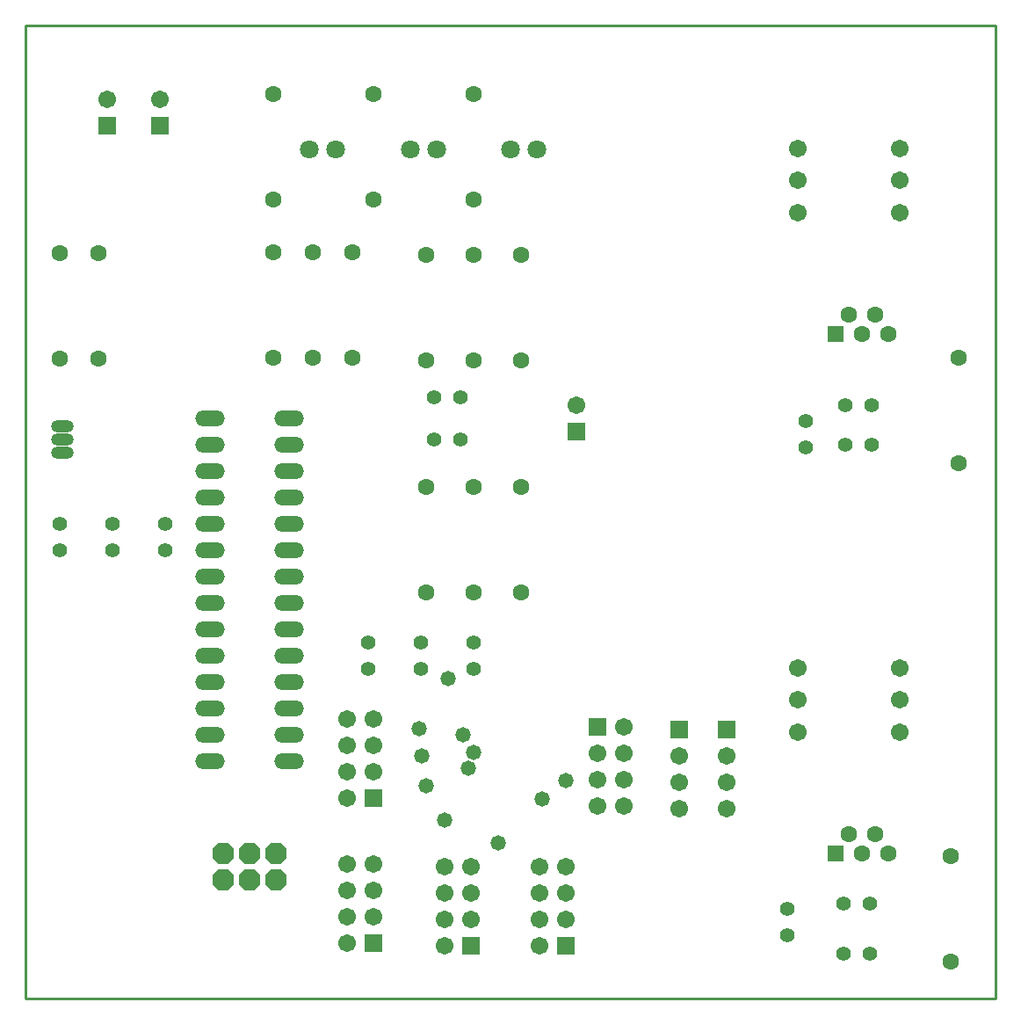
<source format=gbs>
G04*
G04 #@! TF.GenerationSoftware,Altium Limited,Altium Designer,20.0.10 (225)*
G04*
G04 Layer_Color=16711935*
%FSLAX24Y24*%
%MOIN*%
G70*
G01*
G75*
%ADD12C,0.0100*%
%ADD25C,0.0671*%
%ADD26R,0.0671X0.0671*%
%ADD27C,0.0552*%
%ADD28C,0.0710*%
%ADD29P,0.0888X8X202.5*%
%ADD30C,0.0631*%
%ADD31O,0.0867X0.0474*%
%ADD32O,0.0867X0.0474*%
%ADD33O,0.1120X0.0600*%
%ADD34R,0.0631X0.0631*%
%ADD36C,0.0580*%
D12*
X0Y0D02*
Y36900D01*
X36800D01*
Y0D02*
Y36900D01*
X0Y0D02*
X36800D01*
D25*
X19500Y5008D02*
D03*
X20500D02*
D03*
X19500Y4008D02*
D03*
X20500D02*
D03*
X19500Y3008D02*
D03*
X20500D02*
D03*
X19500Y2008D02*
D03*
X3100Y34100D02*
D03*
X5100D02*
D03*
X26600Y7200D02*
D03*
Y8200D02*
D03*
Y9200D02*
D03*
X24800Y7200D02*
D03*
Y8200D02*
D03*
Y9200D02*
D03*
X33158Y32241D02*
D03*
Y31020D02*
D03*
Y29800D02*
D03*
X29300D02*
D03*
Y31020D02*
D03*
Y32241D02*
D03*
X33158Y12541D02*
D03*
Y11320D02*
D03*
Y10100D02*
D03*
X29300D02*
D03*
Y11320D02*
D03*
Y12541D02*
D03*
X20900Y22500D02*
D03*
X22700Y7300D02*
D03*
X21700D02*
D03*
X22700Y8300D02*
D03*
X21700D02*
D03*
X22700Y9300D02*
D03*
X21700D02*
D03*
X22700Y10300D02*
D03*
X12200Y5100D02*
D03*
X13200D02*
D03*
X12200Y4100D02*
D03*
X13200D02*
D03*
X12200Y3100D02*
D03*
X13200D02*
D03*
X12200Y2100D02*
D03*
X15900Y5000D02*
D03*
X16900D02*
D03*
X15900Y4000D02*
D03*
X16900D02*
D03*
X15900Y3000D02*
D03*
X16900D02*
D03*
X15900Y2000D02*
D03*
X12200Y10600D02*
D03*
X13200D02*
D03*
X12200Y9600D02*
D03*
X13200D02*
D03*
X12200Y8600D02*
D03*
X13200D02*
D03*
X12200Y7600D02*
D03*
D26*
X20500Y2008D02*
D03*
X3100Y33100D02*
D03*
X5100D02*
D03*
X26600Y10200D02*
D03*
X24800D02*
D03*
X20900Y21500D02*
D03*
X21700Y10300D02*
D03*
X13200Y2100D02*
D03*
X16900Y2000D02*
D03*
X13200Y7600D02*
D03*
D27*
X16500Y22800D02*
D03*
X15500D02*
D03*
X16500Y21200D02*
D03*
X15500D02*
D03*
X32021Y3600D02*
D03*
X31021D02*
D03*
X32021Y1700D02*
D03*
X31021D02*
D03*
X32100Y21000D02*
D03*
X31100D02*
D03*
X32100Y22500D02*
D03*
X31100D02*
D03*
X28900Y2400D02*
D03*
Y3400D02*
D03*
X29600Y20900D02*
D03*
Y21900D02*
D03*
X17000Y13500D02*
D03*
Y12500D02*
D03*
X15000Y13500D02*
D03*
Y12500D02*
D03*
X13000Y13500D02*
D03*
Y12500D02*
D03*
X3300Y17000D02*
D03*
Y18000D02*
D03*
X1300Y17000D02*
D03*
Y18000D02*
D03*
X5300Y17000D02*
D03*
Y18000D02*
D03*
D28*
X14581Y32200D02*
D03*
X15581D02*
D03*
X18400D02*
D03*
X19400D02*
D03*
X10761D02*
D03*
X11761D02*
D03*
D29*
X9500Y5500D02*
D03*
Y4500D02*
D03*
X8500Y5500D02*
D03*
Y4500D02*
D03*
X7500Y5500D02*
D03*
Y4500D02*
D03*
D30*
X17000Y30300D02*
D03*
Y34300D02*
D03*
X10900Y24300D02*
D03*
Y28300D02*
D03*
X12400Y24300D02*
D03*
Y28300D02*
D03*
X2750Y24250D02*
D03*
Y28250D02*
D03*
X1300Y24250D02*
D03*
Y28250D02*
D03*
X9400Y24300D02*
D03*
Y28300D02*
D03*
Y30300D02*
D03*
Y34300D02*
D03*
X13200Y30300D02*
D03*
Y34300D02*
D03*
X32721Y25178D02*
D03*
X31721D02*
D03*
X31221Y25928D02*
D03*
X32221D02*
D03*
X32721Y5478D02*
D03*
X31721D02*
D03*
X31221Y6228D02*
D03*
X32221D02*
D03*
X35400Y24300D02*
D03*
Y20300D02*
D03*
X35100Y5400D02*
D03*
Y1400D02*
D03*
X15200Y19400D02*
D03*
Y15400D02*
D03*
X18800D02*
D03*
Y19400D02*
D03*
X15200Y24200D02*
D03*
Y28200D02*
D03*
X18800D02*
D03*
Y24200D02*
D03*
X17000Y15400D02*
D03*
Y19400D02*
D03*
Y28200D02*
D03*
Y24200D02*
D03*
D31*
X1400Y21700D02*
D03*
D32*
Y21200D02*
D03*
Y20700D02*
D03*
D33*
X10000Y22000D02*
D03*
Y21000D02*
D03*
Y20000D02*
D03*
Y19000D02*
D03*
Y18000D02*
D03*
Y17000D02*
D03*
Y16000D02*
D03*
Y15000D02*
D03*
Y14000D02*
D03*
Y13000D02*
D03*
Y12000D02*
D03*
Y11000D02*
D03*
Y10000D02*
D03*
Y9000D02*
D03*
X7000D02*
D03*
Y10000D02*
D03*
Y11000D02*
D03*
Y12000D02*
D03*
Y13000D02*
D03*
Y14000D02*
D03*
Y15000D02*
D03*
Y16000D02*
D03*
Y17000D02*
D03*
Y18000D02*
D03*
Y19000D02*
D03*
Y20000D02*
D03*
Y21000D02*
D03*
Y22000D02*
D03*
D34*
X30721Y25178D02*
D03*
Y5478D02*
D03*
D36*
X17000Y9340D02*
D03*
X16610Y9980D02*
D03*
X15200Y8060D02*
D03*
X16040Y12110D02*
D03*
X15904Y6770D02*
D03*
X17940Y5900D02*
D03*
X19586Y7548D02*
D03*
X14920Y10240D02*
D03*
X15040Y9200D02*
D03*
X16790Y8720D02*
D03*
X20510Y8250D02*
D03*
M02*

</source>
